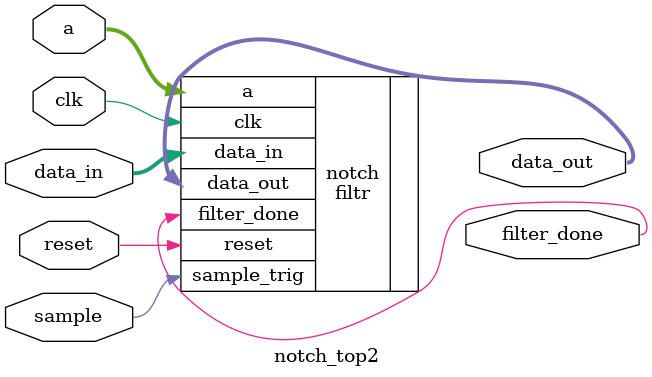
<source format=v>
module notch_top2#(
    parameter COEF_SIZE = 40, 
    parameter DATA_SIZE = 24)(
input  [DATA_SIZE-1:0] data_in,
output [DATA_SIZE-1:0] data_out,
input  reset,clk,
input  sample,
output filter_done,
input [COEF_SIZE-1:0]a);


filtr
  #(.DATA_SIZE(DATA_SIZE),
    .COEF_SIZE(COEF_SIZE),
    .R(24'd4173332),
    .R2(40'd272135999822))
     notch(
.data_in(data_in),
.reset(reset),
.clk(clk),
.sample_trig(sample),
.data_out(data_out),
.a(a),
.filter_done(filter_done));

endmodule
</source>
